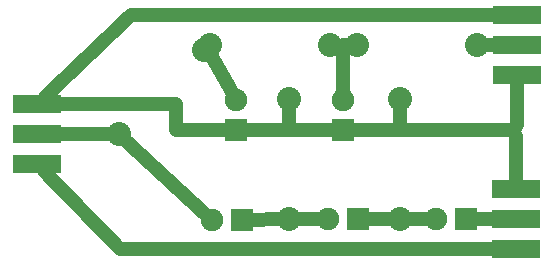
<source format=gtl>
G04 MADE WITH FRITZING*
G04 WWW.FRITZING.ORG*
G04 DOUBLE SIDED*
G04 HOLES PLATED*
G04 CONTOUR ON CENTER OF CONTOUR VECTOR*
%ASAXBY*%
%FSLAX23Y23*%
%MOIN*%
%OFA0B0*%
%SFA1.0B1.0*%
%ADD10C,0.080000*%
%ADD11C,0.075000*%
%ADD12C,0.039370*%
%ADD13R,0.160000X0.060000*%
%ADD14R,0.075000X0.075000*%
%ADD15C,0.048000*%
%ADD16C,0.024000*%
%LNCOPPER1*%
G90*
G70*
G54D10*
X639Y708D03*
X356Y425D03*
X639Y708D03*
X356Y425D03*
X1059Y722D03*
X659Y722D03*
X1059Y722D03*
X659Y722D03*
X1548Y722D03*
X1148Y722D03*
X1548Y722D03*
X1148Y722D03*
G54D11*
X1102Y439D03*
X1102Y539D03*
X745Y440D03*
X745Y540D03*
G54D12*
X1680Y439D03*
G54D11*
X1511Y142D03*
X1411Y142D03*
X1154Y143D03*
X1054Y143D03*
X765Y141D03*
X665Y141D03*
G54D10*
X1293Y544D03*
X1293Y144D03*
X1293Y544D03*
X1293Y144D03*
X923Y543D03*
X923Y143D03*
X923Y543D03*
X923Y143D03*
G54D13*
X83Y527D03*
X83Y427D03*
X83Y327D03*
X83Y527D03*
X83Y327D03*
X1680Y244D03*
X1680Y144D03*
X1680Y44D03*
X1680Y244D03*
X1680Y44D03*
X1681Y823D03*
X1681Y723D03*
X1681Y623D03*
X1681Y823D03*
X1681Y623D03*
G54D14*
X1102Y439D03*
X745Y440D03*
X1511Y142D03*
X1154Y143D03*
X765Y141D03*
G54D15*
X1102Y722D02*
X1106Y722D01*
D02*
X1607Y722D02*
X1580Y722D01*
D02*
X325Y425D02*
X157Y426D01*
D02*
X634Y704D02*
X664Y726D01*
D02*
X648Y714D02*
X731Y565D01*
D02*
X634Y704D02*
X648Y714D01*
D02*
X1117Y722D02*
X1102Y722D01*
D02*
X1102Y722D02*
X1102Y567D01*
D02*
X1073Y439D02*
X774Y440D01*
G54D16*
D02*
X1680Y268D02*
X1680Y420D01*
G54D15*
D02*
X1661Y439D02*
X1131Y439D01*
D02*
X1681Y458D02*
X1681Y599D01*
D02*
X1680Y420D02*
X1680Y268D01*
D02*
X545Y527D02*
X545Y440D01*
D02*
X157Y527D02*
X545Y527D01*
D02*
X545Y440D02*
X717Y440D01*
D02*
X1540Y142D02*
X1606Y143D01*
D02*
X644Y160D02*
X379Y404D01*
D02*
X1293Y439D02*
X1293Y513D01*
D02*
X1131Y439D02*
X1293Y439D01*
D02*
X923Y440D02*
X923Y512D01*
D02*
X774Y440D02*
X923Y440D01*
D02*
X954Y143D02*
X1026Y143D01*
D02*
X892Y143D02*
X794Y141D01*
D02*
X1383Y143D02*
X1324Y144D01*
D02*
X1261Y144D02*
X1183Y144D01*
D02*
X359Y44D02*
X1606Y44D01*
D02*
X106Y302D02*
X359Y44D01*
D02*
X109Y551D02*
X397Y823D01*
D02*
X397Y823D02*
X1607Y823D01*
G04 End of Copper1*
M02*
</source>
